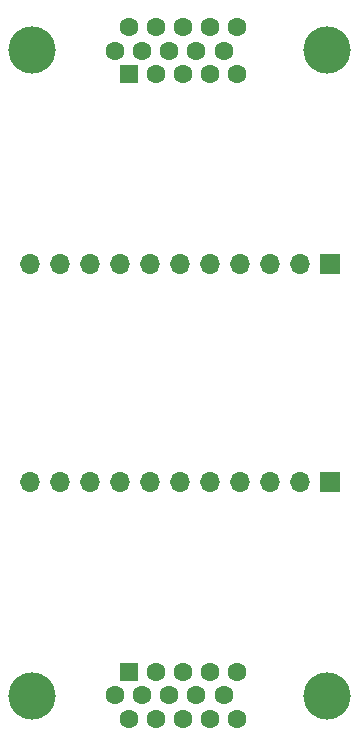
<source format=gbr>
%TF.GenerationSoftware,KiCad,Pcbnew,9.0.1*%
%TF.CreationDate,2025-07-26T11:45:23+03:00*%
%TF.ProjectId,VGA_Debug_Board,5647415f-4465-4627-9567-5f426f617264,rev?*%
%TF.SameCoordinates,Original*%
%TF.FileFunction,Soldermask,Top*%
%TF.FilePolarity,Negative*%
%FSLAX46Y46*%
G04 Gerber Fmt 4.6, Leading zero omitted, Abs format (unit mm)*
G04 Created by KiCad (PCBNEW 9.0.1) date 2025-07-26 11:45:23*
%MOMM*%
%LPD*%
G01*
G04 APERTURE LIST*
%ADD10R,1.700000X1.700000*%
%ADD11O,1.700000X1.700000*%
%ADD12C,4.000000*%
%ADD13R,1.600000X1.600000*%
%ADD14C,1.600000*%
G04 APERTURE END LIST*
D10*
%TO.C,J2*%
X163240000Y-82093113D03*
D11*
X160700000Y-82093113D03*
X158160000Y-82093113D03*
X155620000Y-82093113D03*
X153080000Y-82093113D03*
X150540000Y-82093113D03*
X148000000Y-82093113D03*
X145460000Y-82093113D03*
X142920000Y-82093113D03*
X140380000Y-82093113D03*
X137840000Y-82093113D03*
%TD*%
D12*
%TO.C,J1*%
X163055000Y-63930000D03*
X138055000Y-63930000D03*
D13*
X146240000Y-65980000D03*
D14*
X148530000Y-65980000D03*
X150820000Y-65980000D03*
X153110000Y-65980000D03*
X155400000Y-65980000D03*
X145095000Y-64000000D03*
X147385000Y-64000000D03*
X149675000Y-64000000D03*
X151965000Y-64000000D03*
X154255000Y-64000000D03*
X146240000Y-62020000D03*
X148530000Y-62020000D03*
X150820000Y-62020000D03*
X153110000Y-62020000D03*
X155400000Y-62020000D03*
%TD*%
D10*
%TO.C,J3*%
X163240000Y-100500000D03*
D11*
X160700000Y-100500000D03*
X158160000Y-100500000D03*
X155620000Y-100500000D03*
X153080000Y-100500000D03*
X150540000Y-100500000D03*
X148000000Y-100500000D03*
X145460000Y-100500000D03*
X142920000Y-100500000D03*
X140380000Y-100500000D03*
X137840000Y-100500000D03*
%TD*%
D12*
%TO.C,J4*%
X138055000Y-118663113D03*
X163055000Y-118663113D03*
D13*
X146240000Y-116613113D03*
D14*
X148530000Y-116613113D03*
X150820000Y-116613113D03*
X153110000Y-116613113D03*
X155400000Y-116613113D03*
X145095000Y-118593113D03*
X147385000Y-118593113D03*
X149675000Y-118593113D03*
X151965000Y-118593113D03*
X154255000Y-118593113D03*
X146240000Y-120573113D03*
X148530000Y-120573113D03*
X150820000Y-120573113D03*
X153110000Y-120573113D03*
X155400000Y-120573113D03*
%TD*%
M02*

</source>
